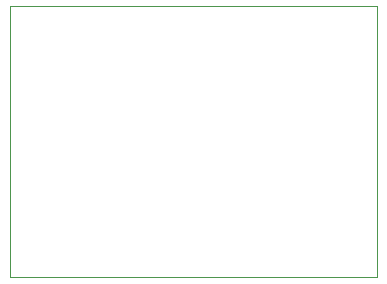
<source format=gbr>
G04 #@! TF.GenerationSoftware,KiCad,Pcbnew,5.1.9-73d0e3b20d~88~ubuntu20.04.1*
G04 #@! TF.CreationDate,2022-01-16T22:13:46+01:00*
G04 #@! TF.ProjectId,RFBandaid,52464261-6e64-4616-9964-2e6b69636164,rev?*
G04 #@! TF.SameCoordinates,Original*
G04 #@! TF.FileFunction,Profile,NP*
%FSLAX46Y46*%
G04 Gerber Fmt 4.6, Leading zero omitted, Abs format (unit mm)*
G04 Created by KiCad (PCBNEW 5.1.9-73d0e3b20d~88~ubuntu20.04.1) date 2022-01-16 22:13:46*
%MOMM*%
%LPD*%
G01*
G04 APERTURE LIST*
G04 #@! TA.AperFunction,Profile*
%ADD10C,0.050000*%
G04 #@! TD*
G04 APERTURE END LIST*
D10*
X75020000Y-68370000D02*
X75020000Y-91270000D01*
X106170000Y-68370000D02*
X75020000Y-68370000D01*
X106170000Y-91270000D02*
X106170000Y-68370000D01*
X75020000Y-91270000D02*
X106170000Y-91270000D01*
M02*

</source>
